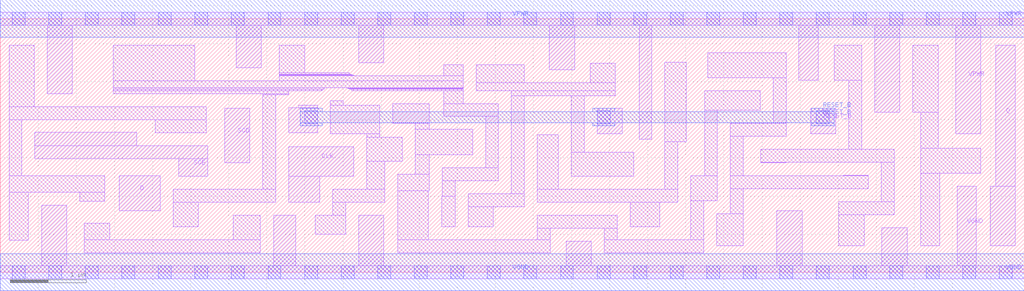
<source format=lef>
# Copyright 2020 The SkyWater PDK Authors
#
# Licensed under the Apache License, Version 2.0 (the "License");
# you may not use this file except in compliance with the License.
# You may obtain a copy of the License at
#
#     https://www.apache.org/licenses/LICENSE-2.0
#
# Unless required by applicable law or agreed to in writing, software
# distributed under the License is distributed on an "AS IS" BASIS,
# WITHOUT WARRANTIES OR CONDITIONS OF ANY KIND, either express or implied.
# See the License for the specific language governing permissions and
# limitations under the License.
#
# SPDX-License-Identifier: Apache-2.0

VERSION 5.7 ;
  NAMESCASESENSITIVE ON ;
  NOWIREEXTENSIONATPIN ON ;
  DIVIDERCHAR "/" ;
  BUSBITCHARS "[]" ;
UNITS
  DATABASE MICRONS 200 ;
END UNITS
MACRO sky130_fd_sc_ls__sdfrtp_1
  CLASS CORE ;
  SOURCE USER ;
  FOREIGN sky130_fd_sc_ls__sdfrtp_1 ;
  ORIGIN  0.000000  0.000000 ;
  SIZE  13.44000 BY  3.330000 ;
  SYMMETRY X Y R90 ;
  SITE unit ;
  PIN D
    ANTENNAGATEAREA  0.159000 ;
    DIRECTION INPUT ;
    USE SIGNAL ;
    PORT
      LAYER li1 ;
        RECT 1.565000 0.810000 2.100000 1.265000 ;
    END
  END D
  PIN Q
    ANTENNADIFFAREA  0.541300 ;
    DIRECTION OUTPUT ;
    USE SIGNAL ;
    PORT
      LAYER li1 ;
        RECT 12.995000 0.350000 13.325000 1.130000 ;
        RECT 13.070000 1.130000 13.325000 2.980000 ;
    END
  END Q
  PIN RESET_B
    ANTENNAGATEAREA  0.411000 ;
    DIRECTION INPUT ;
    USE SIGNAL ;
    PORT
      LAYER li1 ;
        RECT  3.785000 1.830000  4.165000 2.160000 ;
        RECT  3.920000 2.160000  4.165000 2.190000 ;
        RECT  7.835000 1.815000  8.165000 2.150000 ;
        RECT 10.640000 1.820000 10.970000 2.150000 ;
      LAYER mcon ;
        RECT  3.995000 1.950000  4.165000 2.120000 ;
        RECT  7.835000 1.950000  8.005000 2.120000 ;
        RECT 10.715000 1.950000 10.885000 2.120000 ;
      LAYER met1 ;
        RECT  3.935000 1.920000  4.225000 1.965000 ;
        RECT  3.935000 1.965000 10.945000 2.105000 ;
        RECT  3.935000 2.105000  4.225000 2.150000 ;
        RECT  7.775000 1.920000  8.065000 1.965000 ;
        RECT  7.775000 2.105000  8.065000 2.150000 ;
        RECT 10.655000 1.920000 10.945000 1.965000 ;
        RECT 10.655000 2.105000 10.945000 2.150000 ;
    END
  END RESET_B
  PIN SCD
    ANTENNAGATEAREA  0.159000 ;
    DIRECTION INPUT ;
    USE SIGNAL ;
    PORT
      LAYER li1 ;
        RECT 2.945000 1.440000 3.275000 2.150000 ;
    END
  END SCD
  PIN SCE
    ANTENNAGATEAREA  0.318000 ;
    DIRECTION INPUT ;
    USE SIGNAL ;
    PORT
      LAYER li1 ;
        RECT 0.455000 1.490000 2.725000 1.660000 ;
        RECT 0.455000 1.660000 1.795000 1.835000 ;
        RECT 2.345000 1.260000 2.725000 1.490000 ;
    END
  END SCE
  PIN CLK
    ANTENNAGATEAREA  0.261000 ;
    DIRECTION INPUT ;
    USE CLOCK ;
    PORT
      LAYER li1 ;
        RECT 3.785000 0.920000 4.195000 1.260000 ;
        RECT 3.785000 1.260000 4.640000 1.650000 ;
    END
  END CLK
  PIN VGND
    DIRECTION INOUT ;
    SHAPE ABUTMENT ;
    USE GROUND ;
    PORT
      LAYER li1 ;
        RECT  0.000000 -0.085000 13.440000 0.085000 ;
        RECT  0.545000  0.085000  0.875000 0.880000 ;
        RECT  3.590000  0.085000  3.880000 0.750000 ;
        RECT  4.705000  0.085000  5.035000 0.750000 ;
        RECT  7.430000  0.085000  7.760000 0.410000 ;
        RECT 10.195000  0.085000 10.525000 0.810000 ;
        RECT 11.570000  0.085000 11.905000 0.585000 ;
        RECT 12.565000  0.085000 12.815000 1.130000 ;
      LAYER mcon ;
        RECT  0.155000 -0.085000  0.325000 0.085000 ;
        RECT  0.635000 -0.085000  0.805000 0.085000 ;
        RECT  1.115000 -0.085000  1.285000 0.085000 ;
        RECT  1.595000 -0.085000  1.765000 0.085000 ;
        RECT  2.075000 -0.085000  2.245000 0.085000 ;
        RECT  2.555000 -0.085000  2.725000 0.085000 ;
        RECT  3.035000 -0.085000  3.205000 0.085000 ;
        RECT  3.515000 -0.085000  3.685000 0.085000 ;
        RECT  3.995000 -0.085000  4.165000 0.085000 ;
        RECT  4.475000 -0.085000  4.645000 0.085000 ;
        RECT  4.955000 -0.085000  5.125000 0.085000 ;
        RECT  5.435000 -0.085000  5.605000 0.085000 ;
        RECT  5.915000 -0.085000  6.085000 0.085000 ;
        RECT  6.395000 -0.085000  6.565000 0.085000 ;
        RECT  6.875000 -0.085000  7.045000 0.085000 ;
        RECT  7.355000 -0.085000  7.525000 0.085000 ;
        RECT  7.835000 -0.085000  8.005000 0.085000 ;
        RECT  8.315000 -0.085000  8.485000 0.085000 ;
        RECT  8.795000 -0.085000  8.965000 0.085000 ;
        RECT  9.275000 -0.085000  9.445000 0.085000 ;
        RECT  9.755000 -0.085000  9.925000 0.085000 ;
        RECT 10.235000 -0.085000 10.405000 0.085000 ;
        RECT 10.715000 -0.085000 10.885000 0.085000 ;
        RECT 11.195000 -0.085000 11.365000 0.085000 ;
        RECT 11.675000 -0.085000 11.845000 0.085000 ;
        RECT 12.155000 -0.085000 12.325000 0.085000 ;
        RECT 12.635000 -0.085000 12.805000 0.085000 ;
        RECT 13.115000 -0.085000 13.285000 0.085000 ;
      LAYER met1 ;
        RECT 0.000000 -0.245000 13.440000 0.245000 ;
    END
  END VGND
  PIN VPWR
    DIRECTION INOUT ;
    SHAPE ABUTMENT ;
    USE POWER ;
    PORT
      LAYER li1 ;
        RECT  0.000000 3.245000 13.440000 3.415000 ;
        RECT  0.615000 2.345000  0.945000 3.245000 ;
        RECT  3.095000 2.685000  3.425000 3.245000 ;
        RECT  4.705000 2.750000  5.035000 3.245000 ;
        RECT  7.205000 2.660000  7.540000 3.245000 ;
        RECT  8.385000 1.745000  8.555000 3.245000 ;
        RECT 10.485000 2.520000 10.735000 3.245000 ;
        RECT 11.480000 2.100000 11.810000 3.245000 ;
        RECT 12.540000 1.820000 12.870000 3.245000 ;
      LAYER mcon ;
        RECT  0.155000 3.245000  0.325000 3.415000 ;
        RECT  0.635000 3.245000  0.805000 3.415000 ;
        RECT  1.115000 3.245000  1.285000 3.415000 ;
        RECT  1.595000 3.245000  1.765000 3.415000 ;
        RECT  2.075000 3.245000  2.245000 3.415000 ;
        RECT  2.555000 3.245000  2.725000 3.415000 ;
        RECT  3.035000 3.245000  3.205000 3.415000 ;
        RECT  3.515000 3.245000  3.685000 3.415000 ;
        RECT  3.995000 3.245000  4.165000 3.415000 ;
        RECT  4.475000 3.245000  4.645000 3.415000 ;
        RECT  4.955000 3.245000  5.125000 3.415000 ;
        RECT  5.435000 3.245000  5.605000 3.415000 ;
        RECT  5.915000 3.245000  6.085000 3.415000 ;
        RECT  6.395000 3.245000  6.565000 3.415000 ;
        RECT  6.875000 3.245000  7.045000 3.415000 ;
        RECT  7.355000 3.245000  7.525000 3.415000 ;
        RECT  7.835000 3.245000  8.005000 3.415000 ;
        RECT  8.315000 3.245000  8.485000 3.415000 ;
        RECT  8.795000 3.245000  8.965000 3.415000 ;
        RECT  9.275000 3.245000  9.445000 3.415000 ;
        RECT  9.755000 3.245000  9.925000 3.415000 ;
        RECT 10.235000 3.245000 10.405000 3.415000 ;
        RECT 10.715000 3.245000 10.885000 3.415000 ;
        RECT 11.195000 3.245000 11.365000 3.415000 ;
        RECT 11.675000 3.245000 11.845000 3.415000 ;
        RECT 12.155000 3.245000 12.325000 3.415000 ;
        RECT 12.635000 3.245000 12.805000 3.415000 ;
        RECT 13.115000 3.245000 13.285000 3.415000 ;
      LAYER met1 ;
        RECT 0.000000 3.085000 13.440000 3.575000 ;
    END
  END VPWR
  OBS
    LAYER li1 ;
      RECT  0.115000 0.420000  0.365000 1.050000 ;
      RECT  0.115000 1.050000  1.375000 1.265000 ;
      RECT  0.115000 1.265000  0.285000 2.005000 ;
      RECT  0.115000 2.005000  2.705000 2.175000 ;
      RECT  0.115000 2.175000  0.445000 2.980000 ;
      RECT  1.045000 0.935000  1.375000 1.050000 ;
      RECT  1.105000 0.255000  3.410000 0.425000 ;
      RECT  1.105000 0.425000  1.435000 0.640000 ;
      RECT  1.485000 2.345000  3.785000 2.385000 ;
      RECT  1.485000 2.385000  4.230000 2.400000 ;
      RECT  1.485000 2.400000  4.250000 2.420000 ;
      RECT  1.485000 2.420000  6.075000 2.515000 ;
      RECT  1.485000 2.515000  2.555000 2.980000 ;
      RECT  2.035000 1.830000  2.705000 2.005000 ;
      RECT  2.270000 0.595000  2.600000 0.920000 ;
      RECT  2.270000 0.920000  3.615000 1.090000 ;
      RECT  3.060000 0.425000  3.410000 0.750000 ;
      RECT  3.445000 1.090000  3.615000 2.330000 ;
      RECT  3.445000 2.330000  3.785000 2.345000 ;
      RECT  3.665000 2.515000  6.075000 2.580000 ;
      RECT  3.665000 2.580000  4.645000 2.585000 ;
      RECT  3.665000 2.585000  4.630000 2.590000 ;
      RECT  3.665000 2.590000  4.610000 2.600000 ;
      RECT  3.665000 2.600000  4.580000 2.620000 ;
      RECT  3.665000 2.620000  3.995000 2.980000 ;
      RECT  4.135000 0.500000  4.535000 0.750000 ;
      RECT  4.335000 1.820000  4.980000 2.195000 ;
      RECT  4.335000 2.195000  4.505000 2.250000 ;
      RECT  4.365000 0.750000  4.535000 0.920000 ;
      RECT  4.365000 0.920000  5.045000 1.090000 ;
      RECT  4.555000 2.415000  6.075000 2.420000 ;
      RECT  4.570000 2.410000  6.075000 2.415000 ;
      RECT  4.590000 2.400000  6.075000 2.410000 ;
      RECT  4.615000 2.385000  6.075000 2.400000 ;
      RECT  4.810000 1.090000  5.045000 1.455000 ;
      RECT  4.810000 1.455000  5.280000 1.775000 ;
      RECT  4.810000 1.775000  4.980000 1.820000 ;
      RECT  5.155000 1.955000  5.630000 2.215000 ;
      RECT  5.215000 0.255000  7.220000 0.425000 ;
      RECT  5.215000 0.425000  5.620000 1.070000 ;
      RECT  5.215000 1.070000  5.630000 1.285000 ;
      RECT  5.450000 1.285000  5.630000 1.545000 ;
      RECT  5.450000 1.545000  6.200000 1.875000 ;
      RECT  5.450000 1.875000  5.630000 1.955000 ;
      RECT  5.795000 0.595000  5.975000 0.995000 ;
      RECT  5.800000 0.995000  5.975000 1.200000 ;
      RECT  5.800000 1.200000  6.540000 1.370000 ;
      RECT  5.825000 2.045000  6.540000 2.215000 ;
      RECT  5.825000 2.215000  6.075000 2.385000 ;
      RECT  5.825000 2.580000  6.075000 2.725000 ;
      RECT  6.145000 0.595000  6.470000 0.860000 ;
      RECT  6.145000 0.860000  6.880000 1.030000 ;
      RECT  6.250000 2.385000  8.075000 2.490000 ;
      RECT  6.250000 2.490000  6.880000 2.725000 ;
      RECT  6.370000 1.370000  6.540000 2.045000 ;
      RECT  6.710000 1.030000  6.880000 2.320000 ;
      RECT  6.710000 2.320000  8.075000 2.385000 ;
      RECT  7.050000 0.425000  7.220000 0.580000 ;
      RECT  7.050000 0.580000  8.100000 0.750000 ;
      RECT  7.050000 0.920000  8.895000 1.090000 ;
      RECT  7.050000 1.090000  7.325000 1.805000 ;
      RECT  7.495000 1.260000  8.315000 1.575000 ;
      RECT  7.495000 1.575000  7.665000 2.320000 ;
      RECT  7.745000 2.490000  8.075000 2.745000 ;
      RECT  7.930000 0.255000  9.235000 0.425000 ;
      RECT  7.930000 0.425000  8.100000 0.580000 ;
      RECT  8.270000 0.595000  8.655000 0.920000 ;
      RECT  8.725000 1.090000  8.895000 1.715000 ;
      RECT  8.725000 1.715000  9.005000 2.755000 ;
      RECT  9.065000 0.425000  9.235000 0.940000 ;
      RECT  9.065000 0.940000  9.415000 1.270000 ;
      RECT  9.245000 1.270000  9.415000 2.125000 ;
      RECT  9.245000 2.125000  9.975000 2.380000 ;
      RECT  9.290000 2.550000 10.315000 2.880000 ;
      RECT  9.405000 0.350000  9.755000 0.770000 ;
      RECT  9.585000 0.770000  9.755000 1.095000 ;
      RECT  9.585000 1.095000 11.395000 1.265000 ;
      RECT  9.585000 1.265000  9.755000 1.785000 ;
      RECT  9.585000 1.785000 10.315000 1.955000 ;
      RECT  9.985000 1.435000 10.315000 1.445000 ;
      RECT  9.985000 1.445000 11.735000 1.615000 ;
      RECT 10.145000 1.955000 10.315000 2.550000 ;
      RECT 10.945000 2.520000 11.310000 2.980000 ;
      RECT 11.010000 0.350000 11.340000 0.755000 ;
      RECT 11.010000 0.755000 11.735000 0.925000 ;
      RECT 11.065000 1.265000 11.395000 1.275000 ;
      RECT 11.140000 1.615000 11.310000 2.520000 ;
      RECT 11.565000 0.925000 11.735000 1.445000 ;
      RECT 11.980000 2.100000 12.310000 2.980000 ;
      RECT 12.085000 0.350000 12.335000 1.300000 ;
      RECT 12.085000 1.300000 12.870000 1.630000 ;
      RECT 12.085000 1.630000 12.310000 2.100000 ;
  END
END sky130_fd_sc_ls__sdfrtp_1

</source>
